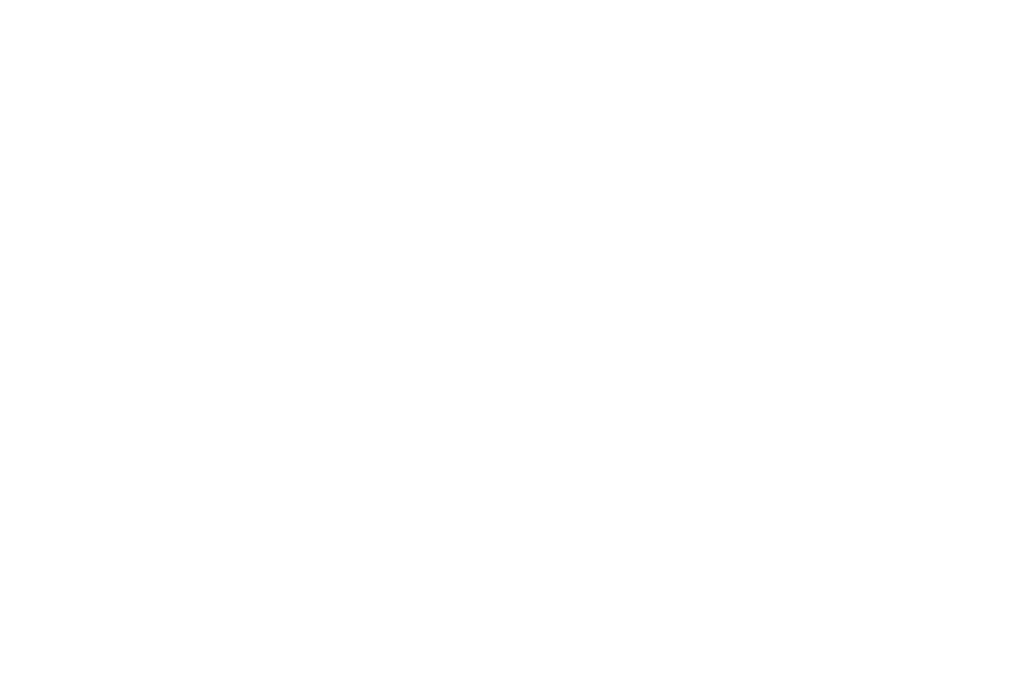
<source format=kicad_pcb>
(kicad_pcb (version 20221018) (generator pcbnew)
  (title_block (date "2020-11-28"))
  (layers (0 "F.Cu" mixed) (31 "B.Cu" mixed) (34 "B.Paste" user) (35 "F.Paste" user) (36 "B.SilkS" user "B.Silkscreen") (37 "F.SilkS" user "F.Silkscreen") (38 "B.Mask" user) (39 "F.Mask" user) (44 "Edge.Cuts" user))
  (net 0 "")
)
</source>
